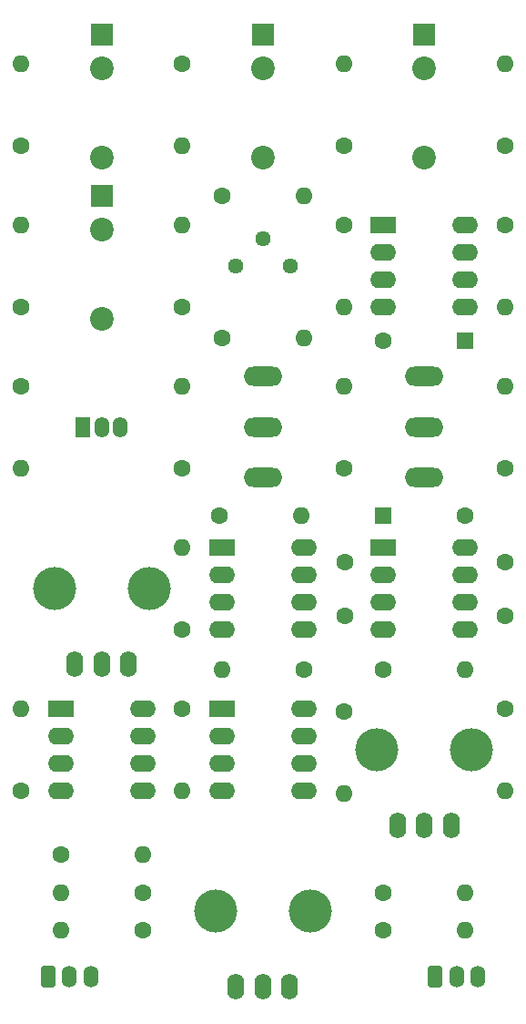
<source format=gbr>
%TF.GenerationSoftware,KiCad,Pcbnew,9.0.2*%
%TF.CreationDate,2025-06-21T12:05:43+10:00*%
%TF.ProjectId,VCF,5643462e-6b69-4636-9164-5f7063625858,1-0*%
%TF.SameCoordinates,Original*%
%TF.FileFunction,Soldermask,Bot*%
%TF.FilePolarity,Negative*%
%FSLAX46Y46*%
G04 Gerber Fmt 4.6, Leading zero omitted, Abs format (unit mm)*
G04 Created by KiCad (PCBNEW 9.0.2) date 2025-06-21 12:05:43*
%MOMM*%
%LPD*%
G01*
G04 APERTURE LIST*
G04 Aperture macros list*
%AMRoundRect*
0 Rectangle with rounded corners*
0 $1 Rounding radius*
0 $2 $3 $4 $5 $6 $7 $8 $9 X,Y pos of 4 corners*
0 Add a 4 corners polygon primitive as box body*
4,1,4,$2,$3,$4,$5,$6,$7,$8,$9,$2,$3,0*
0 Add four circle primitives for the rounded corners*
1,1,$1+$1,$2,$3*
1,1,$1+$1,$4,$5*
1,1,$1+$1,$6,$7*
1,1,$1+$1,$8,$9*
0 Add four rect primitives between the rounded corners*
20,1,$1+$1,$2,$3,$4,$5,0*
20,1,$1+$1,$4,$5,$6,$7,0*
20,1,$1+$1,$6,$7,$8,$9,0*
20,1,$1+$1,$8,$9,$2,$3,0*%
G04 Aperture macros list end*
%ADD10C,1.600000*%
%ADD11O,1.600000X1.600000*%
%ADD12R,2.000000X2.000000*%
%ADD13C,2.200000*%
%ADD14RoundRect,0.291666X-0.408334X-0.708334X0.408334X-0.708334X0.408334X0.708334X-0.408334X0.708334X0*%
%ADD15O,1.400000X2.000000*%
%ADD16C,4.000000*%
%ADD17O,1.600000X2.400000*%
%ADD18C,1.440000*%
%ADD19O,3.600000X1.800000*%
%ADD20R,2.400000X1.600000*%
%ADD21O,2.400000X1.600000*%
%ADD22RoundRect,0.250000X-0.550000X-0.550000X0.550000X-0.550000X0.550000X0.550000X-0.550000X0.550000X0*%
%ADD23RoundRect,0.250000X0.550000X0.550000X-0.550000X0.550000X-0.550000X-0.550000X0.550000X-0.550000X0*%
%ADD24O,1.350000X1.900000*%
%ADD25R,1.350000X1.900000*%
G04 APERTURE END LIST*
D10*
%TO.C,R16*%
X127500000Y-88690000D03*
D11*
X127500000Y-96310000D03*
%TD*%
D10*
%TO.C,R21*%
X161190000Y-135750000D03*
D11*
X168810000Y-135750000D03*
%TD*%
D10*
%TO.C,R14*%
X127500000Y-81310000D03*
D11*
X127500000Y-73690000D03*
%TD*%
D12*
%TO.C,J3*%
X135000000Y-56020000D03*
D13*
X135000000Y-59120000D03*
X135000000Y-67420000D03*
%TD*%
D14*
%TO.C,J6*%
X166000000Y-143550000D03*
D15*
X168000000Y-143550000D03*
X170000000Y-143550000D03*
%TD*%
D10*
%TO.C,R20*%
X161190000Y-115000000D03*
D11*
X168810000Y-115000000D03*
%TD*%
D10*
%TO.C,R12*%
X157500000Y-96310000D03*
D11*
X157500000Y-88690000D03*
%TD*%
D16*
%TO.C,RV4*%
X145600000Y-137500000D03*
X154400000Y-137500000D03*
D17*
X152500001Y-144500000D03*
X150000000Y-144500000D03*
X147499999Y-144500000D03*
%TD*%
D10*
%TO.C,R7*%
X161190000Y-139250000D03*
D11*
X168810000Y-139250000D03*
%TD*%
D16*
%TO.C,RV3*%
X160600000Y-122500000D03*
X169400000Y-122500000D03*
D17*
X167500001Y-129500000D03*
X165000000Y-129500000D03*
X162499999Y-129500000D03*
%TD*%
D16*
%TO.C,RV2*%
X130600000Y-107500000D03*
X139400000Y-107500000D03*
D17*
X137500001Y-114500000D03*
X135000000Y-114500000D03*
X132499999Y-114500000D03*
%TD*%
D14*
%TO.C,J5*%
X130000000Y-143550000D03*
D15*
X132000000Y-143550000D03*
X134000000Y-143550000D03*
%TD*%
D12*
%TO.C,J1*%
X135000000Y-71020000D03*
D13*
X135000000Y-74120000D03*
X135000000Y-82420000D03*
%TD*%
D18*
%TO.C,RV1*%
X152530000Y-77505000D03*
X149990000Y-74965000D03*
X147450000Y-77505000D03*
%TD*%
D10*
%TO.C,R24*%
X131190000Y-132250000D03*
D11*
X138810000Y-132250000D03*
%TD*%
D10*
%TO.C,C1*%
X172500000Y-105000000D03*
X172500000Y-110000000D03*
%TD*%
%TO.C,R22*%
X138810000Y-135750000D03*
D11*
X131190000Y-135750000D03*
%TD*%
D10*
%TO.C,R13*%
X146190000Y-71000000D03*
D11*
X153810000Y-71000000D03*
%TD*%
D10*
%TO.C,R6*%
X127500000Y-126310000D03*
D11*
X127500000Y-118690000D03*
%TD*%
D19*
%TO.C,SOFT/HARD*%
X165000000Y-87800000D03*
X165000000Y-92500000D03*
X165000000Y-97200000D03*
%TD*%
D10*
%TO.C,R10*%
X127500000Y-66310000D03*
D11*
X127500000Y-58690000D03*
%TD*%
D10*
%TO.C,R19*%
X145940000Y-100750000D03*
D11*
X153560000Y-100750000D03*
%TD*%
D10*
%TO.C,R26*%
X142500000Y-96310000D03*
D11*
X142500000Y-88690000D03*
%TD*%
D10*
%TO.C,R8*%
X157500000Y-66310000D03*
D11*
X157500000Y-58690000D03*
%TD*%
D20*
%TO.C,U5*%
X146190000Y-118690000D03*
D21*
X146190000Y-121230000D03*
X146190000Y-123770000D03*
X146190000Y-126310000D03*
X153810000Y-126310000D03*
X153810000Y-123770000D03*
X153810000Y-121230000D03*
X153810000Y-118690000D03*
%TD*%
D10*
%TO.C,R3*%
X142500000Y-118690000D03*
D11*
X142500000Y-126310000D03*
%TD*%
D10*
%TO.C,R15*%
X172500000Y-96310000D03*
D11*
X172500000Y-88690000D03*
%TD*%
D10*
%TO.C,R18*%
X172500000Y-66310000D03*
D11*
X172500000Y-58690000D03*
%TD*%
D12*
%TO.C,J4*%
X165000000Y-56020000D03*
D13*
X165000000Y-59120000D03*
X165000000Y-67420000D03*
%TD*%
D20*
%TO.C,U2*%
X161190000Y-73690000D03*
D21*
X161190000Y-76230000D03*
X161190000Y-78770000D03*
X161190000Y-81310000D03*
X168810000Y-81310000D03*
X168810000Y-78770000D03*
X168810000Y-76230000D03*
X168810000Y-73690000D03*
%TD*%
D12*
%TO.C,J2*%
X150000000Y-56020000D03*
D13*
X150000000Y-59120000D03*
X150000000Y-67420000D03*
%TD*%
D22*
%TO.C,D2*%
X161190000Y-100750000D03*
D10*
X168810000Y-100750000D03*
%TD*%
D19*
%TO.C,LP/BP*%
X150000000Y-87800000D03*
X150000000Y-92500000D03*
X150000000Y-97200000D03*
%TD*%
D10*
%TO.C,R25*%
X157500000Y-118940000D03*
D11*
X157500000Y-126560000D03*
%TD*%
D10*
%TO.C,R4*%
X172500000Y-118690000D03*
D11*
X172500000Y-126310000D03*
%TD*%
D23*
%TO.C,D1*%
X168809999Y-84500000D03*
D10*
X161189999Y-84500000D03*
%TD*%
%TO.C,R17*%
X172500000Y-73690000D03*
D11*
X172500000Y-81310000D03*
%TD*%
D10*
%TO.C,R23*%
X153810000Y-115000000D03*
D11*
X146190000Y-115000000D03*
%TD*%
D10*
%TO.C,R1*%
X142500000Y-81310000D03*
D11*
X142500000Y-73690000D03*
%TD*%
D10*
%TO.C,C2*%
X157600000Y-105000000D03*
X157600000Y-110000000D03*
%TD*%
D20*
%TO.C,U4*%
X146190000Y-103690000D03*
D21*
X146190000Y-106230000D03*
X146190000Y-108770000D03*
X146190000Y-111310000D03*
X153810000Y-111310000D03*
X153810000Y-108770000D03*
X153810000Y-106230000D03*
X153810000Y-103690000D03*
%TD*%
D24*
%TO.C,Q1*%
X136730000Y-92500000D03*
X135000000Y-92500000D03*
D25*
X133230000Y-92500000D03*
%TD*%
D10*
%TO.C,R9*%
X138810000Y-139250000D03*
D11*
X131190000Y-139250000D03*
%TD*%
D10*
%TO.C,R11*%
X157500000Y-73690000D03*
D11*
X157500000Y-81310000D03*
%TD*%
D10*
%TO.C,R5*%
X142500000Y-58690000D03*
D11*
X142500000Y-66310000D03*
%TD*%
D10*
%TO.C,R27*%
X142500000Y-111310000D03*
D11*
X142500000Y-103690000D03*
%TD*%
D20*
%TO.C,U1*%
X131190000Y-118690000D03*
D21*
X131190000Y-121230000D03*
X131190000Y-123770000D03*
X131190000Y-126310000D03*
X138810000Y-126310000D03*
X138810000Y-123770000D03*
X138810000Y-121230000D03*
X138810000Y-118690000D03*
%TD*%
D11*
%TO.C,R2*%
X153810000Y-84250000D03*
D10*
X146190000Y-84250000D03*
%TD*%
D20*
%TO.C,U3*%
X161190000Y-103690000D03*
D21*
X161190000Y-106230000D03*
X161190000Y-108770000D03*
X161190000Y-111310000D03*
X168810000Y-111310000D03*
X168810000Y-108770000D03*
X168810000Y-106230000D03*
X168810000Y-103690000D03*
%TD*%
M02*

</source>
